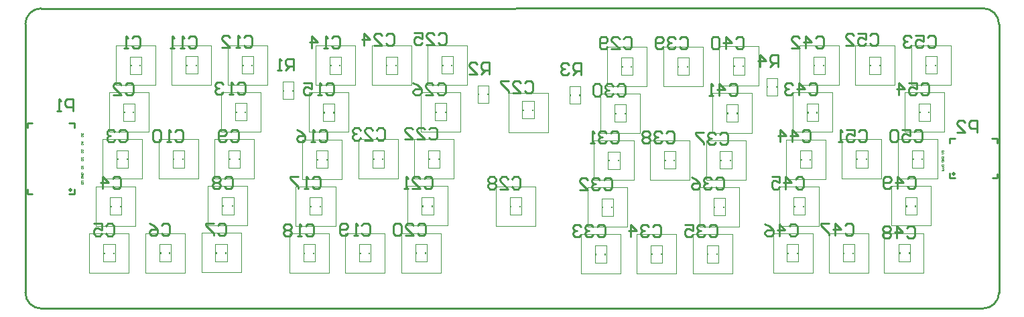
<source format=gbo>
G04 Layer_Color=32896*
%FSLAX42Y42*%
%MOMM*%
G71*
G01*
G75*
%ADD12C,0.25*%
%ADD13C,0.10*%
%ADD22C,0.20*%
%ADD29C,0.50*%
%ADD30C,0.05*%
D12*
X12275Y2092D02*
Y2150D01*
X12212D02*
X12275D01*
X11680D02*
X11747D01*
X11680Y2090D02*
Y2150D01*
X12275Y1650D02*
Y1702D01*
X12215Y1650D02*
X12275D01*
X11680D02*
X11747D01*
X11680D02*
Y1715D01*
X615Y2285D02*
Y2350D01*
X553D02*
X615D01*
X25D02*
X85D01*
X25Y2290D02*
Y2350D01*
X615Y1449D02*
Y1512D01*
X553Y1449D02*
X615D01*
X25Y1447D02*
X88D01*
X25D02*
Y1507D01*
X12025Y2225D02*
Y2377D01*
X11949D01*
X11923Y2352D01*
Y2301D01*
X11949Y2276D01*
X12025D01*
X11771Y2225D02*
X11873D01*
X11771Y2327D01*
Y2352D01*
X11796Y2377D01*
X11847D01*
X11873Y2352D01*
X600Y2500D02*
Y2652D01*
X524D01*
X498Y2627D01*
Y2576D01*
X524Y2551D01*
X600D01*
X448Y2500D02*
X397D01*
X422D01*
Y2652D01*
X448Y2627D01*
X11314Y2831D02*
X11339Y2857D01*
X11390D01*
X11415Y2831D01*
Y2730D01*
X11390Y2704D01*
X11339D01*
X11314Y2730D01*
X11161Y2857D02*
X11263D01*
Y2781D01*
X11212Y2806D01*
X11187D01*
X11161Y2781D01*
Y2730D01*
X11187Y2704D01*
X11238D01*
X11263Y2730D01*
X11034Y2704D02*
Y2857D01*
X11111Y2781D01*
X11009D01*
X11397Y3427D02*
X11422Y3453D01*
X11473D01*
X11498Y3427D01*
Y3326D01*
X11473Y3300D01*
X11422D01*
X11397Y3326D01*
X11245Y3453D02*
X11346D01*
Y3376D01*
X11295Y3402D01*
X11270D01*
X11245Y3376D01*
Y3326D01*
X11270Y3300D01*
X11321D01*
X11346Y3326D01*
X11194Y3427D02*
X11168Y3453D01*
X11118D01*
X11092Y3427D01*
Y3402D01*
X11118Y3376D01*
X11143D01*
X11118D01*
X11092Y3351D01*
Y3326D01*
X11118Y3300D01*
X11168D01*
X11194Y3326D01*
X10667Y3453D02*
X10693Y3479D01*
X10744D01*
X10769Y3453D01*
Y3352D01*
X10744Y3326D01*
X10693D01*
X10667Y3352D01*
X10515Y3479D02*
X10617D01*
Y3403D01*
X10566Y3428D01*
X10541D01*
X10515Y3403D01*
Y3352D01*
X10541Y3326D01*
X10591D01*
X10617Y3352D01*
X10363Y3326D02*
X10464D01*
X10363Y3428D01*
Y3453D01*
X10388Y3479D01*
X10439D01*
X10464Y3453D01*
X10522Y2237D02*
X10547Y2263D01*
X10598D01*
X10624Y2237D01*
Y2136D01*
X10598Y2110D01*
X10547D01*
X10522Y2136D01*
X10370Y2263D02*
X10471D01*
Y2186D01*
X10420Y2212D01*
X10395D01*
X10370Y2186D01*
Y2136D01*
X10395Y2110D01*
X10446D01*
X10471Y2136D01*
X10319Y2110D02*
X10268D01*
X10294D01*
Y2263D01*
X10319Y2237D01*
X11231Y2237D02*
X11256Y2263D01*
X11307D01*
X11332Y2237D01*
Y2136D01*
X11307Y2110D01*
X11256D01*
X11231Y2136D01*
X11078Y2263D02*
X11180D01*
Y2186D01*
X11129Y2212D01*
X11104D01*
X11078Y2186D01*
Y2136D01*
X11104Y2110D01*
X11155D01*
X11180Y2136D01*
X11028Y2237D02*
X11002Y2263D01*
X10952D01*
X10926Y2237D01*
Y2136D01*
X10952Y2110D01*
X11002D01*
X11028Y2136D01*
Y2237D01*
X11146Y1643D02*
X11172Y1668D01*
X11222D01*
X11248Y1643D01*
Y1541D01*
X11222Y1516D01*
X11172D01*
X11146Y1541D01*
X11019Y1516D02*
Y1668D01*
X11095Y1592D01*
X10994D01*
X10943Y1541D02*
X10918Y1516D01*
X10867D01*
X10841Y1541D01*
Y1643D01*
X10867Y1668D01*
X10918D01*
X10943Y1643D01*
Y1617D01*
X10918Y1592D01*
X10841D01*
X11133Y1015D02*
X11158Y1040D01*
X11209D01*
X11234Y1015D01*
Y913D01*
X11209Y888D01*
X11158D01*
X11133Y913D01*
X11006Y888D02*
Y1040D01*
X11082Y964D01*
X10980D01*
X10929Y1015D02*
X10904Y1040D01*
X10853D01*
X10828Y1015D01*
Y990D01*
X10853Y964D01*
X10828Y939D01*
Y913D01*
X10853Y888D01*
X10904D01*
X10929Y913D01*
Y939D01*
X10904Y964D01*
X10929Y990D01*
Y1015D01*
X10904Y964D02*
X10853D01*
X10356Y1048D02*
X10382Y1074D01*
X10432D01*
X10458Y1048D01*
Y947D01*
X10432Y921D01*
X10382D01*
X10356Y947D01*
X10229Y921D02*
Y1074D01*
X10305Y998D01*
X10204D01*
X10153Y1074D02*
X10051D01*
Y1048D01*
X10153Y947D01*
Y921D01*
X9649Y1046D02*
X9674Y1072D01*
X9725D01*
X9751Y1046D01*
Y945D01*
X9725Y919D01*
X9674D01*
X9649Y945D01*
X9522Y919D02*
Y1072D01*
X9598Y995D01*
X9497D01*
X9344Y1072D02*
X9395Y1046D01*
X9446Y995D01*
Y945D01*
X9421Y919D01*
X9370D01*
X9344Y945D01*
Y970D01*
X9370Y995D01*
X9446D01*
X9733Y1640D02*
X9759Y1666D01*
X9809D01*
X9835Y1640D01*
Y1539D01*
X9809Y1513D01*
X9759D01*
X9733Y1539D01*
X9606Y1513D02*
Y1666D01*
X9682Y1590D01*
X9581D01*
X9429Y1666D02*
X9530D01*
Y1590D01*
X9479Y1615D01*
X9454D01*
X9429Y1590D01*
Y1539D01*
X9454Y1513D01*
X9505D01*
X9530Y1539D01*
X9816Y2234D02*
X9841Y2259D01*
X9892D01*
X9918Y2234D01*
Y2132D01*
X9892Y2107D01*
X9841D01*
X9816Y2132D01*
X9689Y2107D02*
Y2259D01*
X9765Y2183D01*
X9664D01*
X9537Y2107D02*
Y2259D01*
X9613Y2183D01*
X9511D01*
X9899Y2830D02*
X9925Y2855D01*
X9975D01*
X10001Y2830D01*
Y2728D01*
X9975Y2703D01*
X9925D01*
X9899Y2728D01*
X9772Y2703D02*
Y2855D01*
X9848Y2779D01*
X9747D01*
X9696Y2830D02*
X9671Y2855D01*
X9620D01*
X9595Y2830D01*
Y2804D01*
X9620Y2779D01*
X9645D01*
X9620D01*
X9595Y2754D01*
Y2728D01*
X9620Y2703D01*
X9671D01*
X9696Y2728D01*
X9982Y3422D02*
X10007Y3447D01*
X10058D01*
X10083Y3422D01*
Y3320D01*
X10058Y3295D01*
X10007D01*
X9982Y3320D01*
X9855Y3295D02*
Y3447D01*
X9931Y3371D01*
X9829D01*
X9677Y3295D02*
X9779D01*
X9677Y3397D01*
Y3422D01*
X9703Y3447D01*
X9753D01*
X9779Y3422D01*
X8888Y2819D02*
X8913Y2844D01*
X8964D01*
X8990Y2819D01*
Y2717D01*
X8964Y2692D01*
X8913D01*
X8888Y2717D01*
X8761Y2692D02*
Y2844D01*
X8837Y2768D01*
X8736D01*
X8685Y2692D02*
X8634D01*
X8660D01*
Y2844D01*
X8685Y2819D01*
X8972Y3415D02*
X8997Y3440D01*
X9048D01*
X9073Y3415D01*
Y3313D01*
X9048Y3288D01*
X8997D01*
X8972Y3313D01*
X8845Y3288D02*
Y3440D01*
X8921Y3364D01*
X8819D01*
X8768Y3415D02*
X8743Y3440D01*
X8692D01*
X8667Y3415D01*
Y3313D01*
X8692Y3288D01*
X8743D01*
X8768Y3313D01*
Y3415D01*
X8263Y3413D02*
X8289Y3438D01*
X8339D01*
X8365Y3413D01*
Y3312D01*
X8339Y3286D01*
X8289D01*
X8263Y3312D01*
X8212Y3413D02*
X8187Y3438D01*
X8136D01*
X8111Y3413D01*
Y3388D01*
X8136Y3362D01*
X8162D01*
X8136D01*
X8111Y3337D01*
Y3312D01*
X8136Y3286D01*
X8187D01*
X8212Y3312D01*
X8060D02*
X8035Y3286D01*
X7984D01*
X7959Y3312D01*
Y3413D01*
X7984Y3438D01*
X8035D01*
X8060Y3413D01*
Y3388D01*
X8035Y3362D01*
X7959D01*
X8096Y2223D02*
X8122Y2248D01*
X8172D01*
X8198Y2223D01*
Y2121D01*
X8172Y2096D01*
X8122D01*
X8096Y2121D01*
X8045Y2223D02*
X8020Y2248D01*
X7969D01*
X7944Y2223D01*
Y2197D01*
X7969Y2172D01*
X7995D01*
X7969D01*
X7944Y2147D01*
Y2121D01*
X7969Y2096D01*
X8020D01*
X8045Y2121D01*
X7893Y2223D02*
X7868Y2248D01*
X7817D01*
X7791Y2223D01*
Y2197D01*
X7817Y2172D01*
X7791Y2147D01*
Y2121D01*
X7817Y2096D01*
X7868D01*
X7893Y2121D01*
Y2147D01*
X7868Y2172D01*
X7893Y2197D01*
Y2223D01*
X7868Y2172D02*
X7817D01*
X8775Y2205D02*
X8801Y2230D01*
X8851D01*
X8877Y2205D01*
Y2103D01*
X8851Y2078D01*
X8801D01*
X8775Y2103D01*
X8724Y2205D02*
X8699Y2230D01*
X8648D01*
X8623Y2205D01*
Y2179D01*
X8648Y2154D01*
X8674D01*
X8648D01*
X8623Y2128D01*
Y2103D01*
X8648Y2078D01*
X8699D01*
X8724Y2103D01*
X8572Y2230D02*
X8471D01*
Y2205D01*
X8572Y2103D01*
Y2078D01*
X8721Y1632D02*
X8746Y1658D01*
X8797D01*
X8823Y1632D01*
Y1531D01*
X8797Y1505D01*
X8746D01*
X8721Y1531D01*
X8670Y1632D02*
X8645Y1658D01*
X8594D01*
X8569Y1632D01*
Y1607D01*
X8594Y1581D01*
X8619D01*
X8594D01*
X8569Y1556D01*
Y1531D01*
X8594Y1505D01*
X8645D01*
X8670Y1531D01*
X8416Y1658D02*
X8467Y1632D01*
X8518Y1581D01*
Y1531D01*
X8493Y1505D01*
X8442D01*
X8416Y1531D01*
Y1556D01*
X8442Y1581D01*
X8518D01*
X8637Y1038D02*
X8662Y1064D01*
X8713D01*
X8738Y1038D01*
Y937D01*
X8713Y911D01*
X8662D01*
X8637Y937D01*
X8586Y1038D02*
X8560Y1064D01*
X8510D01*
X8484Y1038D01*
Y1013D01*
X8510Y987D01*
X8535D01*
X8510D01*
X8484Y962D01*
Y937D01*
X8510Y911D01*
X8560D01*
X8586Y937D01*
X8332Y1064D02*
X8433D01*
Y987D01*
X8383Y1013D01*
X8357D01*
X8332Y987D01*
Y937D01*
X8357Y911D01*
X8408D01*
X8433Y937D01*
X7929Y1035D02*
X7955Y1060D01*
X8005D01*
X8031Y1035D01*
Y933D01*
X8005Y908D01*
X7955D01*
X7929Y933D01*
X7878Y1035D02*
X7853Y1060D01*
X7802D01*
X7777Y1035D01*
Y1010D01*
X7802Y984D01*
X7828D01*
X7802D01*
X7777Y959D01*
Y933D01*
X7802Y908D01*
X7853D01*
X7878Y933D01*
X7650Y908D02*
Y1060D01*
X7726Y984D01*
X7625D01*
X7224Y1034D02*
X7250Y1059D01*
X7301D01*
X7326Y1034D01*
Y932D01*
X7301Y907D01*
X7250D01*
X7224Y932D01*
X7174Y1034D02*
X7148Y1059D01*
X7098D01*
X7072Y1034D01*
Y1008D01*
X7098Y983D01*
X7123D01*
X7098D01*
X7072Y958D01*
Y932D01*
X7098Y907D01*
X7148D01*
X7174Y932D01*
X7021Y1034D02*
X6996Y1059D01*
X6945D01*
X6920Y1034D01*
Y1008D01*
X6945Y983D01*
X6971D01*
X6945D01*
X6920Y958D01*
Y932D01*
X6945Y907D01*
X6996D01*
X7021Y932D01*
X7308Y1628D02*
X7333Y1653D01*
X7384D01*
X7410Y1628D01*
Y1526D01*
X7384Y1501D01*
X7333D01*
X7308Y1526D01*
X7257Y1628D02*
X7232Y1653D01*
X7181D01*
X7156Y1628D01*
Y1602D01*
X7181Y1577D01*
X7206D01*
X7181D01*
X7156Y1551D01*
Y1526D01*
X7181Y1501D01*
X7232D01*
X7257Y1526D01*
X7003Y1501D02*
X7105D01*
X7003Y1602D01*
Y1628D01*
X7029Y1653D01*
X7079D01*
X7105Y1628D01*
X7389Y2221D02*
X7415Y2247D01*
X7466D01*
X7491Y2221D01*
Y2120D01*
X7466Y2094D01*
X7415D01*
X7389Y2120D01*
X7339Y2221D02*
X7313Y2247D01*
X7262D01*
X7237Y2221D01*
Y2196D01*
X7262Y2170D01*
X7288D01*
X7262D01*
X7237Y2145D01*
Y2120D01*
X7262Y2094D01*
X7313D01*
X7339Y2120D01*
X7186Y2094D02*
X7135D01*
X7161D01*
Y2247D01*
X7186Y2221D01*
X7474Y2817D02*
X7499Y2843D01*
X7550D01*
X7575Y2817D01*
Y2716D01*
X7550Y2690D01*
X7499D01*
X7474Y2716D01*
X7423Y2817D02*
X7398Y2843D01*
X7347D01*
X7322Y2817D01*
Y2792D01*
X7347Y2766D01*
X7372D01*
X7347D01*
X7322Y2741D01*
Y2716D01*
X7347Y2690D01*
X7398D01*
X7423Y2716D01*
X7271Y2817D02*
X7245Y2843D01*
X7195D01*
X7169Y2817D01*
Y2716D01*
X7195Y2690D01*
X7245D01*
X7271Y2716D01*
Y2817D01*
X7557Y3411D02*
X7583Y3437D01*
X7634D01*
X7659Y3411D01*
Y3310D01*
X7634Y3284D01*
X7583D01*
X7557Y3310D01*
X7405Y3284D02*
X7507D01*
X7405Y3386D01*
Y3411D01*
X7430Y3437D01*
X7481D01*
X7507Y3411D01*
X7354Y3310D02*
X7329Y3284D01*
X7278D01*
X7253Y3310D01*
Y3411D01*
X7278Y3437D01*
X7329D01*
X7354Y3411D01*
Y3386D01*
X7329Y3361D01*
X7253D01*
X6147Y1640D02*
X6173Y1666D01*
X6224D01*
X6249Y1640D01*
Y1539D01*
X6224Y1513D01*
X6173D01*
X6147Y1539D01*
X5995Y1513D02*
X6097D01*
X5995Y1615D01*
Y1640D01*
X6020Y1666D01*
X6071D01*
X6097Y1640D01*
X5944D02*
X5919Y1666D01*
X5868D01*
X5843Y1640D01*
Y1615D01*
X5868Y1589D01*
X5843Y1564D01*
Y1539D01*
X5868Y1513D01*
X5919D01*
X5944Y1539D01*
Y1564D01*
X5919Y1589D01*
X5944Y1615D01*
Y1640D01*
X5919Y1589D02*
X5868D01*
X6306Y2859D02*
X6332Y2884D01*
X6382D01*
X6408Y2859D01*
Y2757D01*
X6382Y2732D01*
X6332D01*
X6306Y2757D01*
X6154Y2732D02*
X6255D01*
X6154Y2833D01*
Y2859D01*
X6179Y2884D01*
X6230D01*
X6255Y2859D01*
X6103Y2884D02*
X6002D01*
Y2859D01*
X6103Y2757D01*
Y2732D01*
X5204Y2833D02*
X5229Y2859D01*
X5280D01*
X5306Y2833D01*
Y2732D01*
X5280Y2706D01*
X5229D01*
X5204Y2732D01*
X5052Y2706D02*
X5153D01*
X5052Y2808D01*
Y2833D01*
X5077Y2859D01*
X5128D01*
X5153Y2833D01*
X4899Y2859D02*
X4950Y2833D01*
X5001Y2783D01*
Y2732D01*
X4975Y2706D01*
X4925D01*
X4899Y2732D01*
Y2757D01*
X4925Y2783D01*
X5001D01*
X5216Y3462D02*
X5241Y3488D01*
X5292D01*
X5317Y3462D01*
Y3361D01*
X5292Y3335D01*
X5241D01*
X5216Y3361D01*
X5063Y3335D02*
X5165D01*
X5063Y3437D01*
Y3462D01*
X5089Y3488D01*
X5139D01*
X5165Y3462D01*
X4911Y3488D02*
X5013D01*
Y3412D01*
X4962Y3437D01*
X4936D01*
X4911Y3412D01*
Y3361D01*
X4936Y3335D01*
X4987D01*
X5013Y3361D01*
X4558Y3454D02*
X4583Y3479D01*
X4634D01*
X4660Y3454D01*
Y3352D01*
X4634Y3327D01*
X4583D01*
X4558Y3352D01*
X4406Y3327D02*
X4507D01*
X4406Y3428D01*
Y3454D01*
X4431Y3479D01*
X4482D01*
X4507Y3454D01*
X4279Y3327D02*
Y3479D01*
X4355Y3403D01*
X4253D01*
X4441Y2258D02*
X4466Y2284D01*
X4517D01*
X4542Y2258D01*
Y2157D01*
X4517Y2131D01*
X4466D01*
X4441Y2157D01*
X4288Y2131D02*
X4390D01*
X4288Y2233D01*
Y2258D01*
X4314Y2284D01*
X4364D01*
X4390Y2258D01*
X4237D02*
X4212Y2284D01*
X4161D01*
X4136Y2258D01*
Y2233D01*
X4161Y2208D01*
X4187D01*
X4161D01*
X4136Y2182D01*
Y2157D01*
X4161Y2131D01*
X4212D01*
X4237Y2157D01*
X5098Y2267D02*
X5124Y2292D01*
X5174D01*
X5200Y2267D01*
Y2165D01*
X5174Y2140D01*
X5124D01*
X5098Y2165D01*
X4946Y2140D02*
X5047D01*
X4946Y2242D01*
Y2267D01*
X4971Y2292D01*
X5022D01*
X5047Y2267D01*
X4793Y2140D02*
X4895D01*
X4793Y2242D01*
Y2267D01*
X4819Y2292D01*
X4870D01*
X4895Y2267D01*
X5036Y1644D02*
X5061Y1669D01*
X5112D01*
X5137Y1644D01*
Y1542D01*
X5112Y1517D01*
X5061D01*
X5036Y1542D01*
X4883Y1517D02*
X4985D01*
X4883Y1618D01*
Y1644D01*
X4909Y1669D01*
X4960D01*
X4985Y1644D01*
X4833Y1517D02*
X4782D01*
X4807D01*
Y1669D01*
X4833Y1644D01*
X4954Y1051D02*
X4979Y1076D01*
X5030D01*
X5055Y1051D01*
Y949D01*
X5030Y924D01*
X4979D01*
X4954Y949D01*
X4801Y924D02*
X4903D01*
X4801Y1026D01*
Y1051D01*
X4827Y1076D01*
X4877D01*
X4903Y1051D01*
X4750D02*
X4725Y1076D01*
X4674D01*
X4649Y1051D01*
Y949D01*
X4674Y924D01*
X4725D01*
X4750Y949D01*
Y1051D01*
X4247Y1048D02*
X4273Y1074D01*
X4324D01*
X4349Y1048D01*
Y947D01*
X4324Y921D01*
X4273D01*
X4247Y947D01*
X4197Y921D02*
X4146D01*
X4171D01*
Y1074D01*
X4197Y1048D01*
X4070Y947D02*
X4044Y921D01*
X3994D01*
X3968Y947D01*
Y1048D01*
X3994Y1074D01*
X4044D01*
X4070Y1048D01*
Y1023D01*
X4044Y998D01*
X3968D01*
X3540Y1046D02*
X3565Y1072D01*
X3616D01*
X3642Y1046D01*
Y945D01*
X3616Y919D01*
X3565D01*
X3540Y945D01*
X3489Y919D02*
X3439D01*
X3464D01*
Y1072D01*
X3489Y1046D01*
X3362D02*
X3337Y1072D01*
X3286D01*
X3261Y1046D01*
Y1021D01*
X3286Y996D01*
X3261Y970D01*
Y945D01*
X3286Y919D01*
X3337D01*
X3362Y945D01*
Y970D01*
X3337Y996D01*
X3362Y1021D01*
Y1046D01*
X3337Y996D02*
X3286D01*
X3623Y1642D02*
X3648Y1667D01*
X3699D01*
X3724Y1642D01*
Y1540D01*
X3699Y1515D01*
X3648D01*
X3623Y1540D01*
X3572Y1515D02*
X3521D01*
X3547D01*
Y1667D01*
X3572Y1642D01*
X3445Y1667D02*
X3343D01*
Y1642D01*
X3445Y1540D01*
Y1515D01*
X3707Y2234D02*
X3733Y2259D01*
X3783D01*
X3809Y2234D01*
Y2132D01*
X3783Y2107D01*
X3733D01*
X3707Y2132D01*
X3656Y2107D02*
X3606D01*
X3631D01*
Y2259D01*
X3656Y2234D01*
X3428Y2259D02*
X3479Y2234D01*
X3529Y2183D01*
Y2132D01*
X3504Y2107D01*
X3453D01*
X3428Y2132D01*
Y2158D01*
X3453Y2183D01*
X3529D01*
X3791Y2828D02*
X3816Y2854D01*
X3867D01*
X3892Y2828D01*
Y2727D01*
X3867Y2701D01*
X3816D01*
X3791Y2727D01*
X3740Y2701D02*
X3689D01*
X3714D01*
Y2854D01*
X3740Y2828D01*
X3511Y2854D02*
X3613D01*
Y2777D01*
X3562Y2803D01*
X3537D01*
X3511Y2777D01*
Y2727D01*
X3537Y2701D01*
X3588D01*
X3613Y2727D01*
X3873Y3424D02*
X3899Y3450D01*
X3949D01*
X3975Y3424D01*
Y3323D01*
X3949Y3297D01*
X3899D01*
X3873Y3323D01*
X3823Y3297D02*
X3772D01*
X3797D01*
Y3450D01*
X3823Y3424D01*
X3619Y3297D02*
Y3450D01*
X3696Y3373D01*
X3594D01*
X2680Y2835D02*
X2705Y2860D01*
X2756D01*
X2781Y2835D01*
Y2733D01*
X2756Y2708D01*
X2705D01*
X2680Y2733D01*
X2629Y2708D02*
X2578D01*
X2603D01*
Y2860D01*
X2629Y2835D01*
X2502D02*
X2476Y2860D01*
X2426D01*
X2400Y2835D01*
Y2809D01*
X2426Y2784D01*
X2451D01*
X2426D01*
X2400Y2758D01*
Y2733D01*
X2426Y2708D01*
X2476D01*
X2502Y2733D01*
X2762Y3427D02*
X2788Y3453D01*
X2839D01*
X2864Y3427D01*
Y3326D01*
X2839Y3300D01*
X2788D01*
X2762Y3326D01*
X2712Y3300D02*
X2661D01*
X2686D01*
Y3453D01*
X2712Y3427D01*
X2483Y3300D02*
X2585D01*
X2483Y3402D01*
Y3427D01*
X2509Y3453D01*
X2559D01*
X2585Y3427D01*
X2055Y3426D02*
X2081Y3451D01*
X2132D01*
X2157Y3426D01*
Y3324D01*
X2132Y3299D01*
X2081D01*
X2055Y3324D01*
X2005Y3299D02*
X1954D01*
X1979D01*
Y3451D01*
X2005Y3426D01*
X1878Y3299D02*
X1827D01*
X1852D01*
Y3451D01*
X1878Y3426D01*
X1889Y2237D02*
X1915Y2262D01*
X1965D01*
X1991Y2237D01*
Y2135D01*
X1965Y2110D01*
X1915D01*
X1889Y2135D01*
X1838Y2110D02*
X1788D01*
X1813D01*
Y2262D01*
X1838Y2237D01*
X1711D02*
X1686Y2262D01*
X1635D01*
X1610Y2237D01*
Y2135D01*
X1635Y2110D01*
X1686D01*
X1711Y2135D01*
Y2237D01*
X2595Y2240D02*
X2620Y2266D01*
X2671D01*
X2696Y2240D01*
Y2139D01*
X2671Y2113D01*
X2620D01*
X2595Y2139D01*
X2544D02*
X2519Y2113D01*
X2468D01*
X2443Y2139D01*
Y2240D01*
X2468Y2266D01*
X2519D01*
X2544Y2240D01*
Y2215D01*
X2519Y2190D01*
X2443D01*
X2512Y1646D02*
X2538Y1671D01*
X2588D01*
X2614Y1646D01*
Y1544D01*
X2588Y1519D01*
X2538D01*
X2512Y1544D01*
X2462Y1646D02*
X2436Y1671D01*
X2385D01*
X2360Y1646D01*
Y1620D01*
X2385Y1595D01*
X2360Y1569D01*
Y1544D01*
X2385Y1519D01*
X2436D01*
X2462Y1544D01*
Y1569D01*
X2436Y1595D01*
X2462Y1620D01*
Y1646D01*
X2436Y1595D02*
X2385D01*
X2429Y1051D02*
X2454Y1076D01*
X2505D01*
X2530Y1051D01*
Y949D01*
X2505Y924D01*
X2454D01*
X2429Y949D01*
X2378Y1076D02*
X2277D01*
Y1051D01*
X2378Y949D01*
Y924D01*
X1723Y1048D02*
X1748Y1074D01*
X1799D01*
X1824Y1048D01*
Y947D01*
X1799Y921D01*
X1748D01*
X1723Y947D01*
X1570Y1074D02*
X1621Y1048D01*
X1672Y998D01*
Y947D01*
X1647Y921D01*
X1596D01*
X1570Y947D01*
Y972D01*
X1596Y998D01*
X1672D01*
X1016Y1047D02*
X1041Y1073D01*
X1092D01*
X1117Y1047D01*
Y946D01*
X1092Y920D01*
X1041D01*
X1016Y946D01*
X864Y1073D02*
X965D01*
Y996D01*
X914Y1022D01*
X889D01*
X864Y996D01*
Y946D01*
X889Y920D01*
X940D01*
X965Y946D01*
X1099Y1641D02*
X1125Y1667D01*
X1176D01*
X1201Y1641D01*
Y1540D01*
X1176Y1514D01*
X1125D01*
X1099Y1540D01*
X972Y1514D02*
Y1667D01*
X1049Y1591D01*
X947D01*
X1182Y2237D02*
X1207Y2262D01*
X1258D01*
X1284Y2237D01*
Y2135D01*
X1258Y2110D01*
X1207D01*
X1182Y2135D01*
X1131Y2237D02*
X1106Y2262D01*
X1055D01*
X1030Y2237D01*
Y2211D01*
X1055Y2186D01*
X1080D01*
X1055D01*
X1030Y2160D01*
Y2135D01*
X1055Y2110D01*
X1106D01*
X1131Y2135D01*
X1266Y2832D02*
X1291Y2857D01*
X1342D01*
X1368Y2832D01*
Y2730D01*
X1342Y2705D01*
X1291D01*
X1266Y2730D01*
X1114Y2705D02*
X1215D01*
X1114Y2806D01*
Y2832D01*
X1139Y2857D01*
X1190D01*
X1215Y2832D01*
X1350Y3425D02*
X1375Y3451D01*
X1426D01*
X1451Y3425D01*
Y3324D01*
X1426Y3298D01*
X1375D01*
X1350Y3324D01*
X1299Y3298D02*
X1248D01*
X1274D01*
Y3451D01*
X1299Y3425D01*
X3389Y3012D02*
Y3164D01*
X3313D01*
X3287Y3139D01*
Y3088D01*
X3313Y3063D01*
X3389D01*
X3338D02*
X3287Y3012D01*
X3237D02*
X3186D01*
X3211D01*
Y3164D01*
X3237Y3139D01*
X5857Y2967D02*
Y3119D01*
X5781D01*
X5756Y3094D01*
Y3043D01*
X5781Y3018D01*
X5857D01*
X5806D02*
X5756Y2967D01*
X5603D02*
X5705D01*
X5603Y3068D01*
Y3094D01*
X5629Y3119D01*
X5679D01*
X5705Y3094D01*
X7016Y2955D02*
Y3108D01*
X6940D01*
X6915Y3082D01*
Y3031D01*
X6940Y3006D01*
X7016D01*
X6966D02*
X6915Y2955D01*
X6864Y3082D02*
X6839Y3108D01*
X6788D01*
X6763Y3082D01*
Y3057D01*
X6788Y3031D01*
X6813D01*
X6788D01*
X6763Y3006D01*
Y2981D01*
X6788Y2955D01*
X6839D01*
X6864Y2981D01*
X9506Y3061D02*
Y3214D01*
X9430D01*
X9404Y3188D01*
Y3138D01*
X9430Y3112D01*
X9506D01*
X9455D02*
X9404Y3061D01*
X9278D02*
Y3214D01*
X9354Y3138D01*
X9252D01*
X12100Y0D02*
G03*
X12300Y200I0J200D01*
G01*
Y3600D02*
G03*
X12100Y3800I-200J-0D01*
G01*
X0Y200D02*
G03*
X200Y0I200J0D01*
G01*
X200Y3800D02*
G03*
X0Y3600I0J-200D01*
G01*
X12300Y200D02*
Y3600D01*
X200Y3794D02*
X12100Y3800D01*
X0Y200D02*
Y3600D01*
X200Y0D02*
X12100D01*
D13*
X5259Y2971D02*
X5404D01*
X5259Y3191D02*
X5404D01*
Y2971D02*
Y3191D01*
X5259Y2971D02*
Y3191D01*
X11608Y2236D02*
Y2736D01*
X11108Y2236D02*
Y2736D01*
X11608D01*
X11108Y2236D02*
X11608D01*
X11191Y2831D02*
Y3331D01*
X11691Y2831D02*
Y3331D01*
X11191Y2831D02*
X11691D01*
X11191Y3331D02*
X11691D01*
X10984Y2829D02*
Y3329D01*
X10484Y2829D02*
Y3329D01*
X10984D01*
X10484Y2829D02*
X10984D01*
X10317Y1641D02*
Y2141D01*
X10817Y1641D02*
Y2141D01*
X10317Y1641D02*
X10817D01*
X10317Y2141D02*
X10817D01*
X11024Y1642D02*
Y2142D01*
X11524Y1642D02*
Y2142D01*
X11024Y1642D02*
X11524D01*
X11024Y2142D02*
X11524D01*
X11441Y1048D02*
Y1548D01*
X10941Y1048D02*
Y1548D01*
X11441D01*
X10941Y1048D02*
X11441D01*
X11350Y450D02*
Y950D01*
X10850Y450D02*
Y950D01*
X11350D01*
X10850Y450D02*
X11350D01*
X10650D02*
Y950D01*
X10150Y450D02*
Y950D01*
X10650D01*
X10150Y450D02*
X10650D01*
X9450Y450D02*
Y950D01*
X9950Y450D02*
Y950D01*
X9450Y450D02*
X9950D01*
X9450Y950D02*
X9950D01*
X9527Y1045D02*
Y1545D01*
X10027Y1045D02*
Y1545D01*
X9527Y1045D02*
X10027D01*
X9527Y1545D02*
X10027D01*
X9610Y1639D02*
Y2139D01*
X10110Y1639D02*
Y2139D01*
X9610Y1639D02*
X10110D01*
X9610Y2139D02*
X10110D01*
X9694Y2233D02*
Y2733D01*
X10194Y2233D02*
Y2733D01*
X9694Y2233D02*
X10194D01*
X9694Y2733D02*
X10194D01*
X9777Y2827D02*
Y3327D01*
X10277Y2827D02*
Y3327D01*
X9777Y2827D02*
X10277D01*
X9777Y3327D02*
X10277D01*
X8559Y2816D02*
Y3316D01*
X8059Y2816D02*
Y3316D01*
X8559D01*
X8059Y2816D02*
X8559D01*
X8766Y2818D02*
Y3318D01*
X9266Y2818D02*
Y3318D01*
X8766Y2818D02*
X9266D01*
X8766Y3318D02*
X9266D01*
X9182Y2224D02*
Y2724D01*
X8682Y2224D02*
Y2724D01*
X9182D01*
X8682Y2224D02*
X9182D01*
X8599Y1630D02*
Y2130D01*
X9099Y1630D02*
Y2130D01*
X8599Y1630D02*
X9099D01*
X8599Y2130D02*
X9099D01*
X7892Y1628D02*
Y2128D01*
X8392Y1628D02*
Y2128D01*
X7892Y1628D02*
X8392D01*
X7892Y2128D02*
X8392D01*
X9015Y1035D02*
Y1535D01*
X8515Y1035D02*
Y1535D01*
X9015D01*
X8515Y1035D02*
X9015D01*
X8932Y441D02*
Y941D01*
X8432Y441D02*
Y941D01*
X8932D01*
X8432Y441D02*
X8932D01*
X8225Y440D02*
Y940D01*
X7725Y440D02*
Y940D01*
X8225D01*
X7725Y440D02*
X8225D01*
X7018Y438D02*
Y938D01*
X7518Y438D02*
Y938D01*
X7018Y438D02*
X7518D01*
X7018Y938D02*
X7518D01*
X7101Y1032D02*
Y1532D01*
X7601Y1032D02*
Y1532D01*
X7101Y1032D02*
X7601D01*
X7101Y1532D02*
X7601D01*
X7185Y1626D02*
Y2126D01*
X7685Y1626D02*
Y2126D01*
X7185Y1626D02*
X7685D01*
X7185Y2126D02*
X7685D01*
X7268Y2221D02*
Y2721D01*
X7768Y2221D02*
Y2721D01*
X7268Y2221D02*
X7768D01*
X7268Y2721D02*
X7768D01*
X7352Y2815D02*
Y3315D01*
X7852Y2815D02*
Y3315D01*
X7352Y2815D02*
X7852D01*
X7352Y3315D02*
X7852D01*
X6442Y1044D02*
Y1544D01*
X5942Y1044D02*
Y1544D01*
X6442D01*
X5942Y1044D02*
X6442D01*
X6109Y2232D02*
Y2732D01*
X6609Y2232D02*
Y2732D01*
X6109Y2232D02*
X6609D01*
X6109Y2732D02*
X6609D01*
X5498Y2237D02*
Y2737D01*
X4998Y2237D02*
Y2737D01*
X5498D01*
X4998Y2237D02*
X5498D01*
X5082Y2831D02*
Y3331D01*
X5582Y2831D02*
Y3331D01*
X5082Y2831D02*
X5582D01*
X5082Y3331D02*
X5582D01*
X4875Y2829D02*
Y3329D01*
X4375Y2829D02*
Y3329D01*
X4875D01*
X4375Y2829D02*
X4875D01*
X4915Y1642D02*
Y2142D01*
X5415Y1642D02*
Y2142D01*
X4915Y1642D02*
X5415D01*
X4915Y2142D02*
X5415D01*
X4208Y1641D02*
Y2141D01*
X4708Y1641D02*
Y2141D01*
X4208Y1641D02*
X4708D01*
X4208Y2141D02*
X4708D01*
X5331Y1048D02*
Y1548D01*
X4831Y1048D02*
Y1548D01*
X5331D01*
X4831Y1048D02*
X5331D01*
X5250Y450D02*
Y950D01*
X4750Y450D02*
Y950D01*
X5250D01*
X4750Y450D02*
X5250D01*
X4541Y453D02*
Y953D01*
X4041Y453D02*
Y953D01*
X4541D01*
X4041Y453D02*
X4541D01*
X3334Y451D02*
Y951D01*
X3834Y451D02*
Y951D01*
X3334Y451D02*
X3834D01*
X3334Y951D02*
X3834D01*
X3417Y1045D02*
Y1545D01*
X3917Y1045D02*
Y1545D01*
X3417Y1045D02*
X3917D01*
X3417Y1545D02*
X3917D01*
X3501Y1639D02*
Y2139D01*
X4001Y1639D02*
Y2139D01*
X3501Y1639D02*
X4001D01*
X3501Y2139D02*
X4001D01*
X3584Y2233D02*
Y2733D01*
X4084Y2233D02*
Y2733D01*
X3584Y2233D02*
X4084D01*
X3584Y2733D02*
X4084D01*
X3668Y2828D02*
Y3328D01*
X4168Y2828D02*
Y3328D01*
X3668Y2828D02*
X4168D01*
X3668Y3328D02*
X4168D01*
X2974Y2238D02*
Y2738D01*
X2474Y2238D02*
Y2738D01*
X2974D01*
X2474Y2238D02*
X2974D01*
X2558Y2832D02*
Y3332D01*
X3058Y2832D02*
Y3332D01*
X2558Y2832D02*
X3058D01*
X2558Y3332D02*
X3058D01*
X2350Y2831D02*
Y3331D01*
X1850Y2831D02*
Y3331D01*
X2350D01*
X1850Y2831D02*
X2350D01*
X1683Y1642D02*
Y2142D01*
X2183Y1642D02*
Y2142D01*
X1683Y1642D02*
X2183D01*
X1683Y2142D02*
X2183D01*
X2391Y1644D02*
Y2144D01*
X2891Y1644D02*
Y2144D01*
X2391Y1644D02*
X2891D01*
X2391Y2144D02*
X2891D01*
X2807Y1050D02*
Y1550D01*
X2307Y1050D02*
Y1550D01*
X2807D01*
X2307Y1050D02*
X2807D01*
X2724Y455D02*
Y955D01*
X2224Y455D02*
Y955D01*
X2724D01*
X2224Y455D02*
X2724D01*
X2016Y454D02*
Y954D01*
X1516Y454D02*
Y954D01*
X2016D01*
X1516Y454D02*
X2016D01*
X809Y452D02*
Y952D01*
X1309Y452D02*
Y952D01*
X809Y452D02*
X1309D01*
X809Y952D02*
X1309D01*
X893Y1046D02*
Y1546D01*
X1393Y1046D02*
Y1546D01*
X893Y1046D02*
X1393D01*
X893Y1546D02*
X1393D01*
X976Y1641D02*
Y2141D01*
X1476Y1641D02*
Y2141D01*
X976Y1641D02*
X1476D01*
X976Y2141D02*
X1476D01*
X1060Y2235D02*
Y2735D01*
X1560Y2235D02*
Y2735D01*
X1060Y2235D02*
X1560D01*
X1060Y2735D02*
X1560D01*
X1143Y2829D02*
Y3329D01*
X1643Y2829D02*
Y3329D01*
X1143Y2829D02*
X1643D01*
X1143Y3329D02*
X1643D01*
X10495Y2001D02*
X10640D01*
X10495Y1781D02*
X10640D01*
X10495D02*
Y2001D01*
X10640Y1781D02*
Y2001D01*
X11202Y1782D02*
X11347D01*
X11202Y2002D02*
X11347D01*
Y1782D02*
Y2002D01*
X11202Y1782D02*
Y2002D01*
X11118Y1408D02*
X11263D01*
X11118Y1188D02*
X11263D01*
X11118D02*
Y1408D01*
X11263Y1188D02*
Y1408D01*
X11369Y2971D02*
X11514D01*
X11369Y3191D02*
X11514D01*
Y2971D02*
Y3191D01*
X11369Y2971D02*
Y3191D01*
X10662Y3189D02*
X10807D01*
X10662Y2969D02*
X10807D01*
X10662D02*
Y3189D01*
X10807Y2969D02*
Y3189D01*
X11285Y2596D02*
X11430D01*
X11285Y2376D02*
X11430D01*
X11285D02*
Y2596D01*
X11430Y2376D02*
Y2596D01*
X9871Y2373D02*
X10016D01*
X9871Y2593D02*
X10016D01*
Y2373D02*
Y2593D01*
X9871Y2373D02*
Y2593D01*
X9788Y1779D02*
X9933D01*
X9788Y1999D02*
X9933D01*
Y1779D02*
Y1999D01*
X9788Y1779D02*
Y1999D01*
X9704Y1185D02*
X9849D01*
X9704Y1405D02*
X9849D01*
Y1185D02*
Y1405D01*
X9704Y1185D02*
Y1405D01*
X9621Y591D02*
X9766D01*
X9621Y811D02*
X9766D01*
Y591D02*
Y811D01*
X9621Y591D02*
Y811D01*
X10328Y812D02*
X10473D01*
X10328Y592D02*
X10473D01*
X10328D02*
Y812D01*
X10473Y592D02*
Y812D01*
X8860Y2584D02*
X9005D01*
X8860Y2364D02*
X9005D01*
X8860D02*
Y2584D01*
X9005Y2364D02*
Y2584D01*
X8943Y2958D02*
X9088D01*
X8943Y3178D02*
X9088D01*
Y2958D02*
Y3178D01*
X8943Y2958D02*
Y3178D01*
X9955Y2967D02*
X10100D01*
X9955Y3187D02*
X10100D01*
Y2967D02*
Y3187D01*
X9955Y2967D02*
Y3187D01*
X8236Y3176D02*
X8381D01*
X8236Y2956D02*
X8381D01*
X8236D02*
Y3176D01*
X8381Y2956D02*
Y3176D01*
X8069Y1988D02*
X8214D01*
X8069Y1768D02*
X8214D01*
X8069D02*
Y1988D01*
X8214Y1768D02*
Y1988D01*
X8776Y1770D02*
X8921D01*
X8776Y1990D02*
X8921D01*
Y1770D02*
Y1990D01*
X8776Y1770D02*
Y1990D01*
X8693Y1175D02*
X8838D01*
X8693Y1395D02*
X8838D01*
Y1175D02*
Y1395D01*
X8693Y1175D02*
Y1395D01*
X11035Y814D02*
X11180D01*
X11035Y594D02*
X11180D01*
X11035D02*
Y814D01*
X11180Y594D02*
Y814D01*
X8609Y801D02*
X8754D01*
X8609Y581D02*
X8754D01*
X8609D02*
Y801D01*
X8754Y581D02*
Y801D01*
X7902Y800D02*
X8047D01*
X7902Y580D02*
X8047D01*
X7902D02*
Y800D01*
X8047Y580D02*
Y800D01*
X7195Y578D02*
X7340D01*
X7195Y798D02*
X7340D01*
Y578D02*
Y798D01*
X7195Y578D02*
Y798D01*
X7279Y1172D02*
X7424D01*
X7279Y1392D02*
X7424D01*
Y1172D02*
Y1392D01*
X7279Y1172D02*
Y1392D01*
X7362Y1766D02*
X7507D01*
X7362Y1986D02*
X7507D01*
Y1766D02*
Y1986D01*
X7362Y1766D02*
Y1986D01*
X7446Y2361D02*
X7591D01*
X7446Y2581D02*
X7591D01*
Y2361D02*
Y2581D01*
X7446Y2361D02*
Y2581D01*
X7529Y2955D02*
X7674D01*
X7529Y3175D02*
X7674D01*
Y2955D02*
Y3175D01*
X7529Y2955D02*
Y3175D01*
X6119Y1404D02*
X6264D01*
X6119Y1184D02*
X6264D01*
X6119D02*
Y1404D01*
X6264Y1184D02*
Y1404D01*
X6279Y2403D02*
X6424D01*
X6279Y2623D02*
X6424D01*
Y2403D02*
Y2623D01*
X6279Y2403D02*
Y2623D01*
X5176Y2377D02*
X5321D01*
X5176Y2597D02*
X5321D01*
Y2377D02*
Y2597D01*
X5176Y2377D02*
Y2597D01*
X4552Y3189D02*
X4697D01*
X4552Y2969D02*
X4697D01*
X4552D02*
Y3189D01*
X4697Y2969D02*
Y3189D01*
X4385Y2001D02*
X4530D01*
X4385Y1781D02*
X4530D01*
X4385D02*
Y2001D01*
X4530Y1781D02*
Y2001D01*
X5092Y1782D02*
X5237D01*
X5092Y2002D02*
X5237D01*
Y1782D02*
Y2002D01*
X5092Y1782D02*
Y2002D01*
X5009Y1188D02*
X5154D01*
X5009Y1408D02*
X5154D01*
Y1188D02*
Y1408D01*
X5009Y1188D02*
Y1408D01*
X4925Y814D02*
X5070D01*
X4925Y594D02*
X5070D01*
X4925D02*
Y814D01*
X5070Y594D02*
Y814D01*
X4218Y813D02*
X4363D01*
X4218Y593D02*
X4363D01*
X4218D02*
Y813D01*
X4363Y593D02*
Y813D01*
X3511Y591D02*
X3656D01*
X3511Y811D02*
X3656D01*
Y591D02*
Y811D01*
X3511Y591D02*
Y811D01*
X3595Y1185D02*
X3740D01*
X3595Y1405D02*
X3740D01*
Y1185D02*
Y1405D01*
X3595Y1185D02*
Y1405D01*
X3678Y1779D02*
X3823D01*
X3678Y1999D02*
X3823D01*
Y1779D02*
Y1999D01*
X3678Y1779D02*
Y1999D01*
X3762Y2373D02*
X3907D01*
X3762Y2593D02*
X3907D01*
Y2373D02*
Y2593D01*
X3762Y2373D02*
Y2593D01*
X3845Y2968D02*
X3990D01*
X3845Y3188D02*
X3990D01*
Y2968D02*
Y3188D01*
X3845Y2968D02*
Y3188D01*
X2735Y2972D02*
X2880D01*
X2735Y3192D02*
X2880D01*
Y2972D02*
Y3192D01*
X2735Y2972D02*
Y3192D01*
X2652Y2378D02*
X2797D01*
X2652Y2598D02*
X2797D01*
Y2378D02*
Y2598D01*
X2652Y2378D02*
Y2598D01*
X2028Y3191D02*
X2173D01*
X2028Y2971D02*
X2173D01*
X2028D02*
Y3191D01*
X2173Y2971D02*
Y3191D01*
X1861Y2002D02*
X2006D01*
X1861Y1782D02*
X2006D01*
X1861D02*
Y2002D01*
X2006Y1782D02*
Y2002D01*
X1237Y2375D02*
X1382D01*
X1237Y2595D02*
X1382D01*
Y2375D02*
Y2595D01*
X1237Y2375D02*
Y2595D01*
X2568Y1784D02*
X2713D01*
X2568Y2004D02*
X2713D01*
Y1784D02*
Y2004D01*
X2568Y1784D02*
Y2004D01*
X2485Y1190D02*
X2630D01*
X2485Y1410D02*
X2630D01*
Y1190D02*
Y1410D01*
X2485Y1190D02*
Y1410D01*
X2401Y815D02*
X2546D01*
X2401Y595D02*
X2546D01*
X2401D02*
Y815D01*
X2546Y595D02*
Y815D01*
X1070Y1186D02*
X1215D01*
X1070Y1406D02*
X1215D01*
Y1186D02*
Y1406D01*
X1070Y1186D02*
Y1406D01*
X1694Y814D02*
X1839D01*
X1694Y594D02*
X1839D01*
X1694D02*
Y814D01*
X1839Y594D02*
Y814D01*
X987Y592D02*
X1132D01*
X987Y812D02*
X1132D01*
Y592D02*
Y812D01*
X987Y592D02*
Y812D01*
X1154Y1781D02*
X1299D01*
X1154Y2001D02*
X1299D01*
Y1781D02*
Y2001D01*
X1154Y1781D02*
Y2001D01*
X1321Y2969D02*
X1466D01*
X1321Y3189D02*
X1466D01*
Y2969D02*
Y3189D01*
X1321Y2969D02*
Y3189D01*
X3250Y2648D02*
X3385D01*
X3250Y2868D02*
X3385D01*
Y2648D02*
Y2868D01*
X3250Y2648D02*
Y2868D01*
X5718Y2604D02*
X5853D01*
X5718Y2824D02*
X5853D01*
Y2604D02*
Y2824D01*
X5718Y2604D02*
Y2824D01*
X6877Y2813D02*
X7012D01*
X6877Y2593D02*
X7012D01*
X6877D02*
Y2813D01*
X7012Y2593D02*
Y2813D01*
X9366Y2917D02*
X9501D01*
X9366Y2697D02*
X9501D01*
X9366D02*
Y2917D01*
X9501Y2697D02*
Y2917D01*
D22*
X5389Y3076D02*
Y3086D01*
X5274Y3076D02*
Y3086D01*
X10510Y1886D02*
Y1896D01*
X10625Y1886D02*
Y1896D01*
X11332Y1887D02*
Y1897D01*
X11217Y1887D02*
Y1897D01*
X11133Y1293D02*
Y1303D01*
X11248Y1293D02*
Y1303D01*
X11499Y3076D02*
Y3086D01*
X11384Y3076D02*
Y3086D01*
X10677Y3074D02*
Y3084D01*
X10792Y3074D02*
Y3084D01*
X11300Y2481D02*
Y2491D01*
X11415Y2481D02*
Y2491D01*
X10001Y2478D02*
Y2488D01*
X9886Y2478D02*
Y2488D01*
X9918Y1884D02*
Y1894D01*
X9803Y1884D02*
Y1894D01*
X9834Y1290D02*
Y1300D01*
X9719Y1290D02*
Y1300D01*
X9751Y696D02*
Y706D01*
X9636Y696D02*
Y706D01*
X10343Y697D02*
Y707D01*
X10458Y697D02*
Y707D01*
X8875Y2469D02*
Y2479D01*
X8990Y2469D02*
Y2479D01*
X9073Y3063D02*
Y3073D01*
X8958Y3063D02*
Y3073D01*
X10085Y3072D02*
Y3082D01*
X9970Y3072D02*
Y3082D01*
X8251Y3061D02*
Y3071D01*
X8366Y3061D02*
Y3071D01*
X8084Y1873D02*
Y1883D01*
X8199Y1873D02*
Y1883D01*
X8906Y1875D02*
Y1885D01*
X8791Y1875D02*
Y1885D01*
X8823Y1280D02*
Y1290D01*
X8708Y1280D02*
Y1290D01*
X11050Y699D02*
Y709D01*
X11165Y699D02*
Y709D01*
X8624Y686D02*
Y696D01*
X8739Y686D02*
Y696D01*
X7917Y685D02*
Y695D01*
X8032Y685D02*
Y695D01*
X7325Y683D02*
Y693D01*
X7210Y683D02*
Y693D01*
X7409Y1277D02*
Y1287D01*
X7294Y1277D02*
Y1287D01*
X7492Y1871D02*
Y1881D01*
X7377Y1871D02*
Y1881D01*
X7576Y2466D02*
Y2476D01*
X7461Y2466D02*
Y2476D01*
X7659Y3060D02*
Y3070D01*
X7544Y3060D02*
Y3070D01*
X6134Y1289D02*
Y1299D01*
X6249Y1289D02*
Y1299D01*
X6409Y2508D02*
Y2518D01*
X6294Y2508D02*
Y2518D01*
X5306Y2482D02*
Y2492D01*
X5191Y2482D02*
Y2492D01*
X4567Y3074D02*
Y3084D01*
X4682Y3074D02*
Y3084D01*
X4400Y1886D02*
Y1896D01*
X4515Y1886D02*
Y1896D01*
X5222Y1887D02*
Y1897D01*
X5107Y1887D02*
Y1897D01*
X5139Y1293D02*
Y1303D01*
X5024Y1293D02*
Y1303D01*
X4940Y699D02*
Y709D01*
X5055Y699D02*
Y709D01*
X4233Y698D02*
Y708D01*
X4348Y698D02*
Y708D01*
X3641Y696D02*
Y706D01*
X3526Y696D02*
Y706D01*
X3725Y1290D02*
Y1300D01*
X3610Y1290D02*
Y1300D01*
X3808Y1884D02*
Y1894D01*
X3693Y1884D02*
Y1894D01*
X3892Y2478D02*
Y2488D01*
X3777Y2478D02*
Y2488D01*
X3975Y3073D02*
Y3083D01*
X3860Y3073D02*
Y3083D01*
X2865Y3077D02*
Y3087D01*
X2750Y3077D02*
Y3087D01*
X2782Y2483D02*
Y2493D01*
X2667Y2483D02*
Y2493D01*
X2043Y3076D02*
Y3086D01*
X2158Y3076D02*
Y3086D01*
X1876Y1887D02*
Y1897D01*
X1991Y1887D02*
Y1897D01*
X1367Y2480D02*
Y2490D01*
X1252Y2480D02*
Y2490D01*
X2698Y1889D02*
Y1899D01*
X2583Y1889D02*
Y1899D01*
X2615Y1295D02*
Y1305D01*
X2500Y1295D02*
Y1305D01*
X2416Y700D02*
Y710D01*
X2531Y700D02*
Y710D01*
X1200Y1291D02*
Y1301D01*
X1085Y1291D02*
Y1301D01*
X1709Y699D02*
Y709D01*
X1824Y699D02*
Y709D01*
X1117Y697D02*
Y707D01*
X1002Y697D02*
Y707D01*
X1284Y1886D02*
Y1896D01*
X1169Y1886D02*
Y1896D01*
X1451Y3074D02*
Y3084D01*
X1336Y3074D02*
Y3084D01*
X3377Y2753D02*
Y2763D01*
X3257Y2753D02*
Y2763D01*
X5845Y2709D02*
Y2719D01*
X5725Y2709D02*
Y2719D01*
X6885Y2698D02*
Y2708D01*
X7005Y2698D02*
Y2708D01*
X9374Y2802D02*
Y2812D01*
X9494Y2802D02*
Y2812D01*
D29*
X11730Y1700D02*
D03*
X570Y1500D02*
D03*
D30*
X725Y2175D02*
X700D01*
Y2187D01*
X704Y2192D01*
X721D01*
X725Y2187D01*
Y2175D01*
Y2217D02*
Y2200D01*
X712D01*
X717Y2208D01*
Y2212D01*
X712Y2217D01*
X704D01*
X700Y2212D01*
Y2204D01*
X704Y2200D01*
X11575Y1825D02*
X11600D01*
Y1813D01*
X11596Y1808D01*
X11579D01*
X11575Y1813D01*
Y1825D01*
X11600Y1796D02*
Y1788D01*
X11596Y1783D01*
X11588D01*
X11583Y1788D01*
Y1796D01*
X11588Y1800D01*
X11596D01*
X11600Y1796D01*
X11583Y1775D02*
X11596D01*
X11600Y1771D01*
Y1758D01*
X11583D01*
X11579Y1746D02*
X11583D01*
Y1750D01*
Y1742D01*
Y1746D01*
X11596D01*
X11600Y1742D01*
X11579Y1908D02*
X11575Y1913D01*
Y1921D01*
X11579Y1925D01*
X11596D01*
X11600Y1921D01*
Y1913D01*
X11596Y1908D01*
X11588D01*
Y1917D01*
X11600Y1900D02*
X11575D01*
X11600Y1883D01*
X11575D01*
Y1875D02*
X11600D01*
Y1863D01*
X11596Y1858D01*
X11579D01*
X11575Y1863D01*
Y1875D01*
Y1983D02*
Y2000D01*
X11588D01*
X11583Y1992D01*
Y1988D01*
X11588Y1983D01*
X11596D01*
X11600Y1988D01*
Y1996D01*
X11596Y2000D01*
X11575Y1975D02*
X11592D01*
X11600Y1967D01*
X11592Y1958D01*
X11575D01*
X725Y2075D02*
X700D01*
Y2087D01*
X704Y2092D01*
X721D01*
X725Y2087D01*
Y2075D01*
X700Y2112D02*
X725D01*
X712Y2100D01*
Y2117D01*
X725Y1975D02*
X700D01*
Y1987D01*
X704Y1992D01*
X721D01*
X725Y1987D01*
Y1975D01*
X721Y2000D02*
X725Y2004D01*
Y2012D01*
X721Y2017D01*
X717D01*
X712Y2012D01*
Y2008D01*
Y2012D01*
X708Y2017D01*
X704D01*
X700Y2012D01*
Y2004D01*
X704Y2000D01*
X725Y1875D02*
X700D01*
Y1887D01*
X704Y1892D01*
X721D01*
X725Y1887D01*
Y1875D01*
X700Y1917D02*
Y1900D01*
X717Y1917D01*
X721D01*
X725Y1912D01*
Y1904D01*
X721Y1900D01*
X725Y1775D02*
X700D01*
Y1787D01*
X704Y1792D01*
X721D01*
X725Y1787D01*
Y1775D01*
X700Y1800D02*
Y1808D01*
Y1804D01*
X725D01*
X721Y1800D01*
Y1667D02*
X725Y1662D01*
Y1654D01*
X721Y1650D01*
X704D01*
X700Y1654D01*
Y1662D01*
X704Y1667D01*
X712D01*
Y1658D01*
X700Y1675D02*
X725D01*
X700Y1692D01*
X725D01*
Y1700D02*
X700D01*
Y1712D01*
X704Y1717D01*
X721D01*
X725Y1712D01*
Y1700D01*
Y1592D02*
Y1575D01*
X712D01*
X717Y1583D01*
Y1587D01*
X712Y1592D01*
X704D01*
X700Y1587D01*
Y1579D01*
X704Y1575D01*
X725Y1600D02*
X708D01*
X700Y1608D01*
X708Y1617D01*
X725D01*
M02*

</source>
